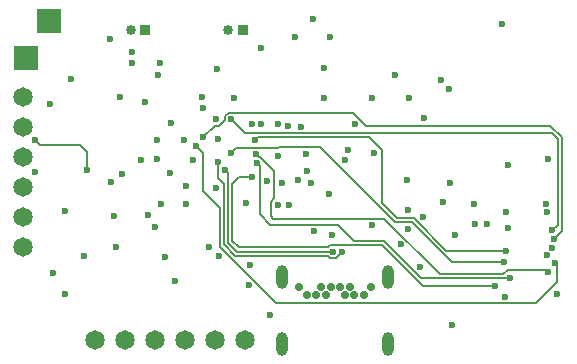
<source format=gbr>
%TF.GenerationSoftware,KiCad,Pcbnew,8.0.8*%
<<<<<<< HEAD:Hardware/Gen3/OuterBoard/3.1/gerbers/OuterBoard_rev3.1-In3_Cu.gbr
%TF.CreationDate,2025-02-18T00:43:55-08:00*%
=======
%TF.CreationDate,2025-02-18T14:14:41-08:00*%
>>>>>>> 7a9fc26abfc888efe23978d172648197ae3e78b4:Hardware/Gen3/OuterBoard/3.1b/Gerber/OuterBoard_rev3.1-In3_Cu.gbr
%TF.ProjectId,OuterBoard_rev3.1,4f757465-7242-46f6-9172-645f72657633,rev?*%
%TF.SameCoordinates,Original*%
%TF.FileFunction,Copper,L4,Inr*%
%TF.FilePolarity,Positive*%
%FSLAX46Y46*%
G04 Gerber Fmt 4.6, Leading zero omitted, Abs format (unit mm)*
<<<<<<< HEAD:Hardware/Gen3/OuterBoard/3.1/gerbers/OuterBoard_rev3.1-In3_Cu.gbr
G04 Created by KiCad (PCBNEW 8.0.8) date 2025-02-18 00:43:55*
=======
G04 Created by KiCad (PCBNEW 8.0.8) date 2025-02-18 14:14:41*
>>>>>>> 7a9fc26abfc888efe23978d172648197ae3e78b4:Hardware/Gen3/OuterBoard/3.1b/Gerber/OuterBoard_rev3.1-In3_Cu.gbr
%MOMM*%
%LPD*%
G01*
G04 APERTURE LIST*
%TA.AperFunction,ComponentPad*%
%ADD10C,1.650000*%
%TD*%
%TA.AperFunction,ComponentPad*%
%ADD11C,0.700000*%
%TD*%
%TA.AperFunction,ComponentPad*%
%ADD12O,1.000000X2.000000*%
%TD*%
%TA.AperFunction,ComponentPad*%
%ADD13R,2.000000X2.000000*%
%TD*%
%TA.AperFunction,ComponentPad*%
%ADD14R,0.850000X0.850000*%
%TD*%
%TA.AperFunction,ComponentPad*%
%ADD15C,0.850000*%
%TD*%
%TA.AperFunction,ViaPad*%
%ADD16C,0.600000*%
%TD*%
%TA.AperFunction,Conductor*%
%ADD17C,0.200000*%
%TD*%
G04 APERTURE END LIST*
D10*
%TO.N,GPIO45*%
%TO.C,J2*%
X115620800Y-104013000D03*
%TO.N,GPIO46*%
X118160800Y-104013000D03*
%TO.N,IO21{slash}USER_LED*%
X120700800Y-104013000D03*
%TO.N,D10{slash}A10{slash}MOSI*%
X123240800Y-104013000D03*
%TO.N,D9{slash}A9{slash}MISO*%
X125780800Y-104013000D03*
%TO.N,D8{slash}A8{slash}SCK*%
X128320800Y-104013000D03*
%TD*%
D11*
%TO.N,GND*%
%TO.C,J42*%
X138978400Y-99503000D03*
%TO.N,unconnected-(J42-SSTXP2-PadB2)*%
X138328400Y-100203000D03*
%TO.N,unconnected-(J42-SSTXN2-PadB3)*%
X137528400Y-100203000D03*
%TO.N,+5V*%
X137128400Y-99503000D03*
%TO.N,Net-(J42-CC2)*%
X136728400Y-100203000D03*
%TO.N,USB_DP*%
X136328400Y-99503000D03*
%TO.N,USB_DN*%
X135528400Y-99503000D03*
%TO.N,unconnected-(J42-SBU2-PadB8)*%
X135128400Y-100203000D03*
%TO.N,+5V*%
X134728400Y-99503000D03*
%TO.N,unconnected-(J42-SSRXN1-PadB10)*%
X134328400Y-100203000D03*
%TO.N,unconnected-(J42-SSRXP1-PadB11)*%
X133528400Y-100203000D03*
%TO.N,GND*%
X132878400Y-99503000D03*
D12*
X131428400Y-98703000D03*
X140428400Y-98703000D03*
X131428400Y-104303000D03*
X140428400Y-104303000D03*
%TD*%
D13*
%TO.N,Net-(D1-K)*%
%TO.C,TP1*%
X109728000Y-80137000D03*
%TD*%
D14*
%TO.N,+BATT1*%
%TO.C,J3*%
X119837200Y-77800200D03*
D15*
%TO.N,GNDPWR*%
X118587200Y-77800200D03*
%TD*%
D14*
%TO.N,+BATT2*%
%TO.C,J4*%
X128117600Y-77749400D03*
D15*
%TO.N,GNDPWR*%
X126867600Y-77749400D03*
%TD*%
D13*
%TO.N,Net-(D2-K)*%
%TO.C,TP2*%
X111683800Y-76962000D03*
%TD*%
D10*
%TO.N,GNDPWR*%
%TO.C,J1*%
X109524800Y-96113600D03*
%TO.N,VDC*%
X109524800Y-93573600D03*
%TO.N,D1{slash}A1*%
X109524800Y-91033600D03*
%TO.N,GNDPWR*%
X109524800Y-88493600D03*
%TO.N,VDC*%
X109524800Y-85953600D03*
%TO.N,D0{slash}A0*%
X109524800Y-83413600D03*
%TD*%
D16*
%TO.N,GND*%
X147726400Y-94157800D03*
X114935000Y-89611200D03*
X121132600Y-92504600D03*
X142111489Y-93007223D03*
X121488200Y-97002600D03*
X145669000Y-90678000D03*
X154263252Y-96239441D03*
X123910000Y-88790000D03*
X120802400Y-88646600D03*
X110540800Y-87096600D03*
X150320000Y-100336400D03*
X145084800Y-92284600D03*
X150571200Y-89230200D03*
X113030000Y-93116400D03*
X128730000Y-97690000D03*
X142028800Y-90476900D03*
X147650200Y-92456000D03*
X117889684Y-89981291D03*
X123266200Y-92532200D03*
X131069477Y-88457575D03*
X111749000Y-84037600D03*
X139238800Y-88206400D03*
X122047000Y-85648800D03*
X128652394Y-99384806D03*
X135485000Y-78335000D03*
X132535000Y-78335000D03*
X134970000Y-80990000D03*
X134970000Y-83510000D03*
X114681000Y-96926400D03*
X125196600Y-96164400D03*
X122351800Y-99034600D03*
X135661400Y-95097600D03*
X139065000Y-83540600D03*
X134970000Y-83510000D03*
X117201071Y-93477539D03*
X134970000Y-80990000D03*
X134000000Y-76850000D03*
X145770600Y-102743000D03*
X121943122Y-89829707D03*
X142189200Y-83540600D03*
X150012400Y-77241400D03*
%TO.N,VCC*%
X120954800Y-81538800D03*
%TO.N,+2V8*%
X143408400Y-85242400D03*
X141452600Y-95885000D03*
%TO.N,VDC*%
X117396700Y-96139000D03*
X113004600Y-100152200D03*
X121107200Y-80568800D03*
X118688700Y-79618800D03*
%TO.N,Net-(D7-K)*%
X154686000Y-100101400D03*
%TO.N,+3.3V*%
X140944600Y-81584800D03*
X123266200Y-90954600D03*
X126100000Y-96920000D03*
X120802400Y-87096600D03*
X146098900Y-95123000D03*
X111988600Y-98348800D03*
X144909600Y-81965800D03*
X142087600Y-94589600D03*
X119483800Y-88793400D03*
X123153000Y-87031400D03*
X133527800Y-89662000D03*
X110515400Y-89814400D03*
X143078200Y-97866200D03*
%TO.N,+1V8*%
X153847800Y-93192600D03*
X120700800Y-94411800D03*
%TO.N,Net-(C38-Pad1)*%
X133444702Y-88239600D03*
%TO.N,+5V*%
X130429000Y-101879400D03*
%TO.N,IO21{slash}USER_LED*%
X125830000Y-85308799D03*
%TO.N,Net-(FB1-Pad2)*%
X153949400Y-88722200D03*
%TO.N,USB_DP*%
X135712200Y-96520000D03*
X126586400Y-89603665D03*
%TO.N,USB_DN*%
X136525000Y-96570800D03*
X125984000Y-88900000D03*
%TO.N,MTCK{slash}IO39{slash}CAM_SCL*%
X139013899Y-94285101D03*
X143370000Y-93550000D03*
%TO.N,IO38{slash}DVP_VSYNC*%
X133858000Y-90728800D03*
X153725086Y-92450272D03*
%TO.N,Net-(J10-Pad8)*%
X148742400Y-94183200D03*
%TO.N,IO47{slash}DVP_HREF*%
X131987500Y-92597090D03*
X150342600Y-93141800D03*
%TO.N,IO48{slash}DVP_Y9*%
X131054076Y-92574211D03*
X150520400Y-94564200D03*
%TO.N,IO10{slash}XMCLK*%
X127127615Y-85308799D03*
X154300000Y-94700000D03*
%TO.N,IO11{slash}DVP_Y8*%
X124715600Y-86848296D03*
X154440000Y-95490000D03*
%TO.N,IO12{slash}DVP_Y7*%
X153810000Y-96840000D03*
X125984000Y-87020400D03*
%TO.N,IO13{slash}DVP_PCLK*%
X129164567Y-87102167D03*
X150418800Y-96443800D03*
%TO.N,IO14{slash}DVP_Y6*%
X154514600Y-97455000D03*
X124160450Y-87606201D03*
%TO.N,IO15{slash}DVP_Y2*%
X127076200Y-88206000D03*
X150215600Y-97434400D03*
%TO.N,IO16{slash}DVP_Y5*%
X153970000Y-98240000D03*
X129235200Y-88288500D03*
%TO.N,IO17{slash}DVP_Y3*%
X129330301Y-89044545D03*
X150710000Y-98792400D03*
%TO.N,IO18{slash}DVP_Y4*%
X149450000Y-99441000D03*
X128839742Y-90170878D03*
%TO.N,CHIP_EN*%
X133030300Y-85939200D03*
X137591800Y-85725000D03*
%TO.N,BNO_INT*%
X120091200Y-93421200D03*
X125933200Y-81049800D03*
%TO.N,D1{slash}A1*%
X131108400Y-85750400D03*
%TO.N,D0{slash}A0*%
X129592400Y-79324200D03*
%TO.N,GPIO0*%
X131953000Y-85928200D03*
X145592800Y-82753200D03*
%TO.N,BNO_RST*%
X116967000Y-90601800D03*
X124661600Y-83439000D03*
%TO.N,D8{slash}A8{slash}SCK*%
X129641600Y-85750400D03*
%TO.N,D9{slash}A9{slash}MISO*%
X128843704Y-85733896D03*
%TO.N,D10{slash}A10{slash}MOSI*%
X124714000Y-84404200D03*
%TO.N,VDD_SPI*%
X125830000Y-91135200D03*
%TO.N,SPIHD*%
X128357314Y-92410849D03*
%TO.N,SPIWP*%
X134162800Y-94818200D03*
%TO.N,SPICS0*%
X135432900Y-91643200D03*
%TO.N,SPICLK*%
X130149600Y-90576400D03*
%TO.N,SPIQ*%
X132791200Y-90500200D03*
%TO.N,SPID*%
X131445000Y-90754200D03*
%TO.N,GNDPWR*%
X118688700Y-80568800D03*
X117668297Y-83398103D03*
X127345704Y-83494601D03*
X113583130Y-81940400D03*
X119820552Y-83885375D03*
X116890800Y-78536800D03*
%TO.N,GPIO45*%
X136753600Y-88773000D03*
%TO.N,GPIO46*%
X136982200Y-87884000D03*
%TD*%
D17*
%TO.N,GND*%
X110921800Y-87477600D02*
X110540800Y-87096600D01*
X114325400Y-87477600D02*
X110921800Y-87477600D01*
X114935000Y-89611200D02*
X114935000Y-88087200D01*
X114935000Y-88087200D02*
X114325400Y-87477600D01*
%TO.N,USB_DP*%
X126847600Y-89864865D02*
X126847600Y-95758000D01*
X127609600Y-96520000D02*
X135712200Y-96520000D01*
X126847600Y-95758000D02*
X127609600Y-96520000D01*
X126586400Y-89603665D02*
X126847600Y-89864865D01*
%TO.N,USB_DN*%
X126495200Y-90780000D02*
X125984000Y-90268800D01*
X135276600Y-96872400D02*
X127463631Y-96872400D01*
X126495200Y-95903969D02*
X126495200Y-90780000D01*
X136018600Y-97077200D02*
X135481400Y-97077200D01*
X127463631Y-96872400D02*
X126495200Y-95903969D01*
X135481400Y-97077200D02*
X135276600Y-96872400D01*
X136525000Y-96570800D02*
X136018600Y-97077200D01*
X125984000Y-90268800D02*
X125984000Y-88900000D01*
%TO.N,IO10{slash}XMCLK*%
X154300000Y-94700000D02*
X154762200Y-94237800D01*
X128315216Y-86496400D02*
X127127615Y-85308799D01*
X154762200Y-86995000D02*
X154263600Y-86496400D01*
X154762200Y-94237800D02*
X154762200Y-86995000D01*
X154263600Y-86496400D02*
X128315216Y-86496400D01*
%TO.N,IO11{slash}DVP_Y8*%
X155114600Y-94815400D02*
X155114600Y-86849032D01*
X126060800Y-85865999D02*
X125697897Y-85865999D01*
X126570415Y-85356384D02*
X126060800Y-85865999D01*
X154440000Y-95490000D02*
X155114600Y-94815400D01*
X126570415Y-85077999D02*
X126570415Y-85356384D01*
X126896815Y-84751599D02*
X126570415Y-85077999D01*
X155114600Y-86849032D02*
X154142968Y-85877400D01*
X154142968Y-85877400D02*
X138532200Y-85877400D01*
X125697897Y-85865999D02*
X124715600Y-86848296D01*
X138532200Y-85877400D02*
X137406399Y-84751599D01*
X137406399Y-84751599D02*
X126896815Y-84751599D01*
%TO.N,IO13{slash}DVP_PCLK*%
X139841200Y-92378232D02*
X141142968Y-93680000D01*
X129417934Y-86848800D02*
X138741000Y-86848800D01*
X139841200Y-87949000D02*
X139841200Y-92378232D01*
X138741000Y-86848800D02*
X139841200Y-87949000D01*
X142565369Y-93680000D02*
X145329169Y-96443800D01*
X141142968Y-93680000D02*
X142565369Y-93680000D01*
X145329169Y-96443800D02*
X150418800Y-96443800D01*
X129164567Y-87102167D02*
X129417934Y-86848800D01*
%TO.N,IO14{slash}DVP_Y6*%
X154690000Y-97630000D02*
X154690000Y-99090000D01*
X154515000Y-97455000D02*
X154690000Y-97630000D01*
X124715600Y-88161351D02*
X124160450Y-87606201D01*
X154514600Y-97455000D02*
X154515000Y-97455000D01*
X124715600Y-91416200D02*
X124715600Y-88161351D01*
X154690000Y-99090000D02*
X152891200Y-100888800D01*
X126142800Y-96094000D02*
X126142800Y-92843400D01*
X152891200Y-100888800D02*
X130937600Y-100888800D01*
X130937600Y-100888800D02*
X126142800Y-96094000D01*
X126142800Y-92843400D02*
X124715600Y-91416200D01*
%TO.N,IO15{slash}DVP_Y2*%
X130377900Y-87731300D02*
X130378200Y-87731600D01*
X140997000Y-94032400D02*
X142419400Y-94032400D01*
X127076200Y-88206000D02*
X127550900Y-87731300D01*
X131163400Y-87682400D02*
X134647000Y-87682400D01*
X130378200Y-87731600D02*
X131114200Y-87731600D01*
X131114200Y-87731600D02*
X131163400Y-87682400D01*
X145821400Y-97434400D02*
X150215600Y-97434400D01*
X127550900Y-87731300D02*
X130377900Y-87731300D01*
X142419400Y-94032400D02*
X145821400Y-97434400D01*
X134647000Y-87682400D02*
X140997000Y-94032400D01*
%TO.N,IO16{slash}DVP_Y5*%
X130684901Y-93727901D02*
X130451676Y-93494676D01*
X130752000Y-89654800D02*
X129573334Y-88476134D01*
X130451676Y-92324688D02*
X130752000Y-92024364D01*
X150161000Y-98428200D02*
X144783800Y-98428200D01*
X130752000Y-92024364D02*
X130752000Y-89654800D01*
X150543600Y-98045600D02*
X150161000Y-98428200D01*
X140083501Y-93727901D02*
X130684901Y-93727901D01*
X129422834Y-88476134D02*
X129235200Y-88288500D01*
X153970000Y-98240000D02*
X153775600Y-98045600D01*
X130451676Y-93494676D02*
X130451676Y-92324688D01*
X129573334Y-88476134D02*
X129422834Y-88476134D01*
X153775600Y-98045600D02*
X150543600Y-98045600D01*
X144783800Y-98428200D02*
X140083501Y-93727901D01*
%TO.N,IO17{slash}DVP_Y3*%
X150698200Y-98780600D02*
X143195569Y-98780600D01*
X129547200Y-89261444D02*
X129330301Y-89044545D01*
X136120200Y-94261000D02*
X130430600Y-94261000D01*
X129547200Y-93377600D02*
X129547200Y-89261444D01*
X150710000Y-98792400D02*
X150698200Y-98780600D01*
X137469600Y-95610400D02*
X136120200Y-94261000D01*
X130430600Y-94261000D02*
X129547200Y-93377600D01*
X140025369Y-95610400D02*
X137469600Y-95610400D01*
X143195569Y-98780600D02*
X140025369Y-95610400D01*
%TO.N,IO18{slash}DVP_Y4*%
X135481400Y-95962800D02*
X135276600Y-96167600D01*
X139879400Y-95962800D02*
X135481400Y-95962800D01*
X127755568Y-96167600D02*
X127200000Y-95612032D01*
X127200000Y-90782800D02*
X127811922Y-90170878D01*
X143357600Y-99441000D02*
X139879400Y-95962800D01*
X127200000Y-95612032D02*
X127200000Y-90782800D01*
X135276600Y-96167600D02*
X127755568Y-96167600D01*
X127811922Y-90170878D02*
X128839742Y-90170878D01*
X149450000Y-99441000D02*
X143357600Y-99441000D01*
%TD*%
M02*

</source>
